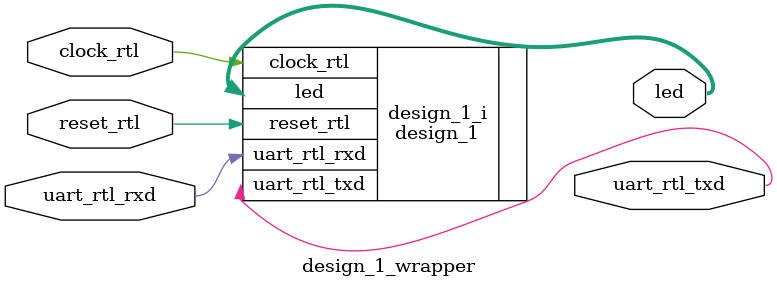
<source format=v>
`timescale 1 ps / 1 ps

module design_1_wrapper
   (clock_rtl,
    led,
    reset_rtl,
    uart_rtl_rxd,
    uart_rtl_txd);
  input clock_rtl;
  output [15:0]led;
  input reset_rtl;
  input uart_rtl_rxd;
  output uart_rtl_txd;

  wire clock_rtl;
  wire [15:0]led;
  wire reset_rtl;
  wire uart_rtl_rxd;
  wire uart_rtl_txd;

  design_1 design_1_i
       (.clock_rtl(clock_rtl),
        .led(led),
        .reset_rtl(reset_rtl),
        .uart_rtl_rxd(uart_rtl_rxd),
        .uart_rtl_txd(uart_rtl_txd));
endmodule

</source>
